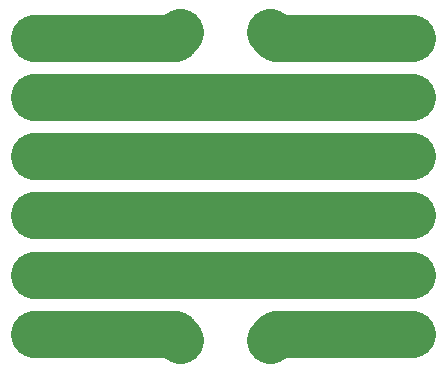
<source format=gbr>
G04 #@! TF.FileFunction,Copper,L1,Top,Signal*
%FSLAX46Y46*%
G04 Gerber Fmt 4.6, Leading zero omitted, Abs format (unit mm)*
G04 Created by KiCad (PCBNEW 4.0.7) date 01/17/18 22:37:03*
%MOMM*%
%LPD*%
G01*
G04 APERTURE LIST*
%ADD10C,0.100000*%
%ADD11C,1.600000*%
%ADD12O,1.600000X1.600000*%
%ADD13C,2.250000*%
%ADD14C,4.000000*%
G04 APERTURE END LIST*
D10*
D11*
X186380000Y-74000000D03*
D12*
X194000000Y-74000000D03*
D11*
X186380000Y-100000000D03*
D12*
X194000000Y-100000000D03*
D13*
X206000000Y-74500000D03*
X206000000Y-79500000D03*
X206000000Y-84500000D03*
X206000000Y-89500000D03*
X206000000Y-94500000D03*
X206000000Y-99500000D03*
X174000000Y-99500000D03*
X174000000Y-94500000D03*
X174000000Y-89500000D03*
X174000000Y-84500000D03*
X174000000Y-79500000D03*
X174000000Y-74500000D03*
D14*
X174000000Y-74500000D02*
X185880000Y-74500000D01*
X185880000Y-74500000D02*
X186380000Y-74000000D01*
X206000000Y-74500000D02*
X194500000Y-74500000D01*
X194500000Y-74500000D02*
X194000000Y-74000000D01*
X174000000Y-99500000D02*
X185880000Y-99500000D01*
X185880000Y-99500000D02*
X186380000Y-100000000D01*
X206000000Y-99500000D02*
X194500000Y-99500000D01*
X194500000Y-99500000D02*
X194000000Y-100000000D01*
X174000000Y-79500000D02*
X206000000Y-79500000D01*
X174000000Y-84500000D02*
X206000000Y-84500000D01*
X206000000Y-89500000D02*
X174000000Y-89500000D01*
X174000000Y-94500000D02*
X206000000Y-94500000D01*
M02*

</source>
